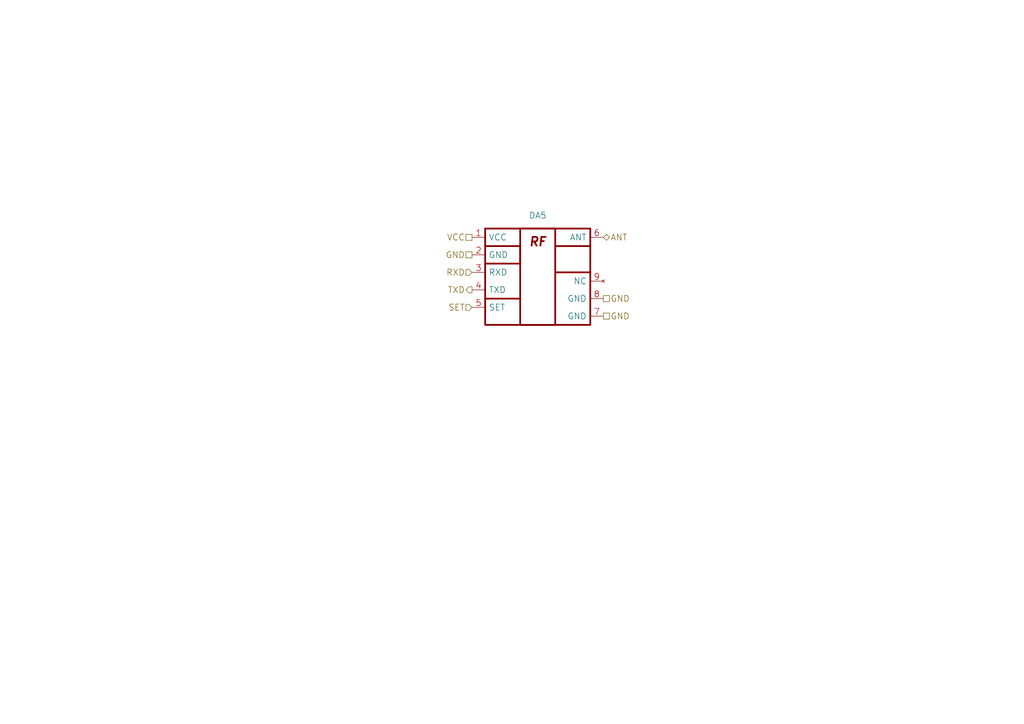
<source format=kicad_sch>
(kicad_sch (version 20211123) (generator eeschema)
  (paper "A4")
  (lib_symbols
    (symbol "Chips:HC-12" (pin_names (offset 1.016))
      (property "Reference" "DA" (at 0 3.81 0))
      (property "Value" "HC-12" (at 0 1.524 0))
      (symbol "HC-12_0_0"
        (pin no_connect line (at 19.0499 -15.2399 180) (length 3.81) (name "NC") (number "9"))
      )
      (symbol "HC-12_0_1"
        (polyline (pts (xy -15.24 -20.32) (xy -5.08 -20.32)) (stroke (width 0.508)))
        (polyline (pts (xy 15.24 -12.7) (xy 5.08 -12.7)) (stroke (width 0.508)))
        (polyline (pts (xy 15.24 -5.08) (xy 5.08 -5.08)) (stroke (width 0.508)))
        (polyline (pts (xy -15.24 -5.08) (xy -5.08 -5.08) (xy -5.08 -10.16) (xy -15.24 -10.16)) (stroke (width 0.508)))
      )
      (symbol "HC-12_1_1"
        (rectangle (start -15.24 0) (end 15.2487 -27.9344) (stroke (width 0.508)))
        (rectangle (start -5.08 0) (end 5.08 -27.94) (stroke (width 0.508)))
        (text "RF" (at 0 -3.81 0) (effects (font (size 2.54 2.54) bold italic)))
        (pin power_in line (at -19.05 -2.54 0) (length 3.81) (name "VCC") (number "1"))
        (pin power_in line (at -19.05 -7.62 0) (length 3.81) (name "GND") (number "2"))
        (pin input line (at -19.05 -12.7 0) (length 3.81) (name "RXD") (number "3"))
        (pin output line (at -19.05 -17.78 0) (length 3.81) (name "TXD") (number "4"))
        (pin input line (at -19.05 -22.86 0) (length 3.81) (name "SET") (number "5"))
        (pin bidirectional line (at 19.05 -2.54 180) (length 3.81) (name "ANT") (number "6"))
        (pin power_in line (at 19.05 -25.4 180) (length 3.81) (name "GND") (number "7"))
        (pin power_in line (at 19.05 -20.32 180) (length 3.81) (name "GND") (number "8"))
      )
    )
  )
  (hierarchical_label "GND" (shape passive) (at 175.006 91.694 0) (effects (font (size 1.778 1.778))))
  (hierarchical_label "ANT" (shape bidirectional) (at 175.006 68.834 0) (effects (font (size 1.778 1.778))))
  (hierarchical_label "SET" (shape input) (at 136.906 89.154 180) (effects (font (size 1.778 1.778))))
  (hierarchical_label "GND" (shape passive) (at 136.906 73.914 180) (effects (font (size 1.778 1.778))))
  (hierarchical_label "VCC" (shape passive) (at 136.906 68.834 180) (effects (font (size 1.778 1.778))))
  (hierarchical_label "RXD" (shape input) (at 136.906 78.994 180) (effects (font (size 1.778 1.778))))
  (hierarchical_label "TXD" (shape output) (at 136.906 84.074 180) (effects (font (size 1.778 1.778))))
  (hierarchical_label "GND" (shape passive) (at 175.006 86.614 0) (effects (font (size 1.778 1.778))))
  (symbol (lib_id "Chips:HC-12") (at 155.956 66.294 0) (unit 1)
    (property "Reference" "DA5" (at 155.956 62.484 0) (effects (font (size 1.778 1.778))))
  )
)
</source>
